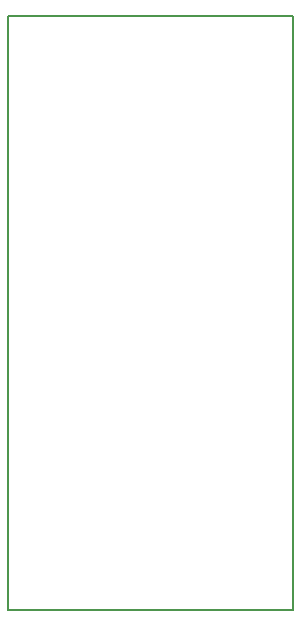
<source format=gbr>
%TF.GenerationSoftware,KiCad,Pcbnew,6.0.11+dfsg-1~bpo11+1*%
%TF.CreationDate,2023-07-05T00:34:24+00:00*%
%TF.ProjectId,PINHOLDER01,50494e48-4f4c-4444-9552-30312e6b6963,01A*%
%TF.SameCoordinates,Original*%
%TF.FileFunction,Profile,NP*%
%FSLAX46Y46*%
G04 Gerber Fmt 4.6, Leading zero omitted, Abs format (unit mm)*
G04 Created by KiCad (PCBNEW 6.0.11+dfsg-1~bpo11+1) date 2023-07-05 00:34:24*
%MOMM*%
%LPD*%
G01*
G04 APERTURE LIST*
%TA.AperFunction,Profile*%
%ADD10C,0.200000*%
%TD*%
G04 APERTURE END LIST*
D10*
X19304000Y-45466000D02*
X19304000Y4826000D01*
X-4826000Y-45466000D02*
X-4826000Y4826000D01*
X-4826000Y-45466000D02*
X19304000Y-45466000D01*
X-4826000Y4826000D02*
X19304000Y4826000D01*
M02*

</source>
